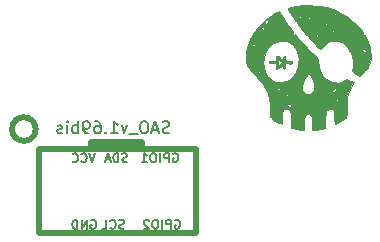
<source format=gbr>
G04 #@! TF.GenerationSoftware,KiCad,Pcbnew,(5.1.10)-1*
G04 #@! TF.CreationDate,2021-09-01T23:54:38-05:00*
G04 #@! TF.ProjectId,Bsides-KC-2021-WireX-Sponsor-SAO-SVG2Shenzen v1_00 (Paths),42736964-6573-42d4-9b43-2d323032312d,rev?*
G04 #@! TF.SameCoordinates,Original*
G04 #@! TF.FileFunction,Legend,Bot*
G04 #@! TF.FilePolarity,Positive*
%FSLAX46Y46*%
G04 Gerber Fmt 4.6, Leading zero omitted, Abs format (unit mm)*
G04 Created by KiCad (PCBNEW (5.1.10)-1) date 2021-09-01 23:54:38*
%MOMM*%
%LPD*%
G01*
G04 APERTURE LIST*
%ADD10C,0.010000*%
%ADD11C,0.500000*%
%ADD12C,0.150000*%
G04 APERTURE END LIST*
D10*
G04 #@! TO.C,G\u002A\u002A\u002A*
G36*
X165806552Y-95692247D02*
G01*
X165949712Y-95788696D01*
X165975772Y-95807955D01*
X166220308Y-95990038D01*
X166239846Y-95821788D01*
X166259674Y-95713045D01*
X166292916Y-95663427D01*
X166337539Y-95653539D01*
X166382202Y-95663400D01*
X166408006Y-95704859D01*
X166421917Y-95795724D01*
X166427574Y-95883684D01*
X166439456Y-96113830D01*
X166688036Y-96090617D01*
X166835036Y-96081478D01*
X166924942Y-96089686D01*
X166977377Y-96117665D01*
X166986503Y-96127516D01*
X167015302Y-96201981D01*
X166995073Y-96252737D01*
X166956503Y-96288391D01*
X166886560Y-96305472D01*
X166766293Y-96307218D01*
X166694493Y-96304066D01*
X166435231Y-96290286D01*
X166435231Y-96484897D01*
X166422174Y-96627492D01*
X166386900Y-96717865D01*
X166335250Y-96746846D01*
X166285809Y-96719409D01*
X166253708Y-96650428D01*
X166239859Y-96547550D01*
X166239846Y-96544492D01*
X166234685Y-96457188D01*
X166222090Y-96416016D01*
X166220418Y-96415539D01*
X166181883Y-96437069D01*
X166097647Y-96494023D01*
X165984540Y-96574942D01*
X165962119Y-96591385D01*
X165829265Y-96687303D01*
X165743726Y-96742025D01*
X165691078Y-96762274D01*
X165656894Y-96754771D01*
X165640667Y-96741180D01*
X165626140Y-96690395D01*
X165616683Y-96587765D01*
X165614616Y-96503160D01*
X165614616Y-96291191D01*
X165370385Y-96299244D01*
X165204899Y-96303937D01*
X165103025Y-96301555D01*
X165050257Y-96287400D01*
X165032091Y-96256776D01*
X165034019Y-96204985D01*
X165034624Y-96199684D01*
X165810000Y-96199684D01*
X165812782Y-96340153D01*
X165829044Y-96413491D01*
X165870663Y-96423949D01*
X165949516Y-96375780D01*
X166058625Y-96288691D01*
X166170481Y-96197057D01*
X166039087Y-96098375D01*
X165920871Y-96011342D01*
X165852451Y-95976029D01*
X165820222Y-95998450D01*
X165810585Y-96084622D01*
X165810000Y-96199684D01*
X165034624Y-96199684D01*
X165035635Y-96190846D01*
X165048000Y-96083385D01*
X165614616Y-96111247D01*
X165614616Y-95890936D01*
X165622388Y-95749710D01*
X165651337Y-95670813D01*
X165709909Y-95652306D01*
X165806552Y-95692247D01*
G37*
X165806552Y-95692247D02*
X165949712Y-95788696D01*
X165975772Y-95807955D01*
X166220308Y-95990038D01*
X166239846Y-95821788D01*
X166259674Y-95713045D01*
X166292916Y-95663427D01*
X166337539Y-95653539D01*
X166382202Y-95663400D01*
X166408006Y-95704859D01*
X166421917Y-95795724D01*
X166427574Y-95883684D01*
X166439456Y-96113830D01*
X166688036Y-96090617D01*
X166835036Y-96081478D01*
X166924942Y-96089686D01*
X166977377Y-96117665D01*
X166986503Y-96127516D01*
X167015302Y-96201981D01*
X166995073Y-96252737D01*
X166956503Y-96288391D01*
X166886560Y-96305472D01*
X166766293Y-96307218D01*
X166694493Y-96304066D01*
X166435231Y-96290286D01*
X166435231Y-96484897D01*
X166422174Y-96627492D01*
X166386900Y-96717865D01*
X166335250Y-96746846D01*
X166285809Y-96719409D01*
X166253708Y-96650428D01*
X166239859Y-96547550D01*
X166239846Y-96544492D01*
X166234685Y-96457188D01*
X166222090Y-96416016D01*
X166220418Y-96415539D01*
X166181883Y-96437069D01*
X166097647Y-96494023D01*
X165984540Y-96574942D01*
X165962119Y-96591385D01*
X165829265Y-96687303D01*
X165743726Y-96742025D01*
X165691078Y-96762274D01*
X165656894Y-96754771D01*
X165640667Y-96741180D01*
X165626140Y-96690395D01*
X165616683Y-96587765D01*
X165614616Y-96503160D01*
X165614616Y-96291191D01*
X165370385Y-96299244D01*
X165204899Y-96303937D01*
X165103025Y-96301555D01*
X165050257Y-96287400D01*
X165032091Y-96256776D01*
X165034019Y-96204985D01*
X165034624Y-96199684D01*
X165810000Y-96199684D01*
X165812782Y-96340153D01*
X165829044Y-96413491D01*
X165870663Y-96423949D01*
X165949516Y-96375780D01*
X166058625Y-96288691D01*
X166170481Y-96197057D01*
X166039087Y-96098375D01*
X165920871Y-96011342D01*
X165852451Y-95976029D01*
X165820222Y-95998450D01*
X165810585Y-96084622D01*
X165810000Y-96199684D01*
X165034624Y-96199684D01*
X165035635Y-96190846D01*
X165048000Y-96083385D01*
X165614616Y-96111247D01*
X165614616Y-95890936D01*
X165622388Y-95749710D01*
X165651337Y-95670813D01*
X165709909Y-95652306D01*
X165806552Y-95692247D01*
G36*
X168223121Y-91379309D02*
G01*
X168489166Y-91385778D01*
X168525470Y-91386775D01*
X168835142Y-91396996D01*
X169086753Y-91410547D01*
X169300393Y-91430395D01*
X169496155Y-91459506D01*
X169694130Y-91500845D01*
X169914408Y-91557380D01*
X170166862Y-91629096D01*
X170685584Y-91816609D01*
X171200085Y-92072627D01*
X171695366Y-92388248D01*
X172156427Y-92754568D01*
X172323676Y-92909204D01*
X172585306Y-93171055D01*
X172787297Y-93393389D01*
X172928596Y-93574851D01*
X173008151Y-93714083D01*
X173024912Y-93809728D01*
X173024160Y-93813035D01*
X173017478Y-93901971D01*
X173048641Y-93936000D01*
X173100419Y-93912481D01*
X173134822Y-93909144D01*
X173180303Y-93956539D01*
X173243647Y-94063275D01*
X173289629Y-94152531D01*
X173356487Y-94297404D01*
X173406057Y-94426219D01*
X173429304Y-94514962D01*
X173430000Y-94525558D01*
X173442946Y-94596462D01*
X173465945Y-94618000D01*
X173495983Y-94654395D01*
X173530155Y-94753509D01*
X173565444Y-94900234D01*
X173598830Y-95079463D01*
X173627295Y-95276089D01*
X173647818Y-95475005D01*
X173653358Y-95555846D01*
X173651868Y-95888918D01*
X173609527Y-96183632D01*
X173528685Y-96427852D01*
X173461637Y-96546602D01*
X173398520Y-96627297D01*
X173297143Y-96745545D01*
X173173672Y-96882810D01*
X173090639Y-96971956D01*
X172973216Y-97099684D01*
X172879178Y-97208650D01*
X172819792Y-97285376D01*
X172804769Y-97313880D01*
X172778771Y-97348032D01*
X172698596Y-97339921D01*
X172560971Y-97288658D01*
X172365154Y-97194651D01*
X172211626Y-97113699D01*
X172118208Y-97048702D01*
X172075420Y-96980039D01*
X172073785Y-96888091D01*
X172103824Y-96753236D01*
X172120923Y-96689077D01*
X172151334Y-96493692D01*
X173234616Y-96493692D01*
X173264352Y-96531634D01*
X173273692Y-96532769D01*
X173311634Y-96503033D01*
X173312769Y-96493692D01*
X173283033Y-96455751D01*
X173273692Y-96454616D01*
X173235751Y-96484352D01*
X173234616Y-96493692D01*
X172151334Y-96493692D01*
X172174620Y-96344093D01*
X172159382Y-95986357D01*
X172079393Y-95630724D01*
X172056426Y-95575385D01*
X173469077Y-95575385D01*
X173488616Y-95594923D01*
X173508154Y-95575385D01*
X173488616Y-95555846D01*
X173469077Y-95575385D01*
X172056426Y-95575385D01*
X171938832Y-95292052D01*
X171741881Y-94985197D01*
X171629137Y-94857789D01*
X172751877Y-94857789D01*
X172756477Y-94896812D01*
X172804344Y-94983199D01*
X172894674Y-95111602D01*
X172902632Y-95122112D01*
X173019527Y-95259066D01*
X173117085Y-95340666D01*
X173188938Y-95363907D01*
X173219713Y-95334410D01*
X173325795Y-95334410D01*
X173331159Y-95357642D01*
X173351846Y-95360462D01*
X173384011Y-95346164D01*
X173377898Y-95334410D01*
X173331522Y-95329734D01*
X173325795Y-95334410D01*
X173219713Y-95334410D01*
X173228715Y-95325783D01*
X173234616Y-95278802D01*
X173205381Y-95198806D01*
X173136513Y-95115061D01*
X173056265Y-95058060D01*
X173021831Y-95049146D01*
X172971991Y-95023411D01*
X172895112Y-94961319D01*
X172875700Y-94943234D01*
X172791349Y-94871480D01*
X172751877Y-94857789D01*
X171629137Y-94857789D01*
X171594528Y-94818679D01*
X171552093Y-94781360D01*
X172886518Y-94781360D01*
X172914515Y-94808489D01*
X172922000Y-94813385D01*
X172980801Y-94847506D01*
X172998926Y-94837358D01*
X173000154Y-94813385D01*
X172967934Y-94780541D01*
X172931769Y-94774906D01*
X172886518Y-94781360D01*
X171552093Y-94781360D01*
X171456496Y-94697289D01*
X171296706Y-94579780D01*
X171200325Y-94520308D01*
X171095235Y-94465810D01*
X171003959Y-94431400D01*
X170903025Y-94412515D01*
X170768957Y-94404597D01*
X170596923Y-94403077D01*
X170411261Y-94405040D01*
X170281548Y-94413664D01*
X170185621Y-94433055D01*
X170101317Y-94467317D01*
X170026406Y-94508747D01*
X169910239Y-94590912D01*
X169771923Y-94708775D01*
X169639585Y-94838201D01*
X169627930Y-94850670D01*
X169522742Y-94959790D01*
X169435351Y-95042223D01*
X169380589Y-95084246D01*
X169372617Y-95086923D01*
X169331464Y-95059368D01*
X169247052Y-94982907D01*
X169128270Y-94866843D01*
X168984007Y-94720480D01*
X168823151Y-94553124D01*
X168654594Y-94374077D01*
X168487222Y-94192646D01*
X168329927Y-94018133D01*
X168222091Y-93894736D01*
X169006073Y-93894736D01*
X169018082Y-93965479D01*
X169023441Y-93977670D01*
X169057823Y-94036905D01*
X169099737Y-94038746D01*
X169157472Y-94004524D01*
X169220211Y-93956109D01*
X169221898Y-93915729D01*
X169187342Y-93872431D01*
X169123973Y-93825390D01*
X169058213Y-93842577D01*
X169053310Y-93845577D01*
X169006073Y-93894736D01*
X168222091Y-93894736D01*
X168191597Y-93859843D01*
X168158426Y-93820522D01*
X170580299Y-93820522D01*
X170594258Y-93852850D01*
X170638791Y-93892286D01*
X170702601Y-93928477D01*
X170730778Y-93930555D01*
X170716819Y-93898228D01*
X170672286Y-93858791D01*
X170608477Y-93822600D01*
X170580299Y-93820522D01*
X168158426Y-93820522D01*
X168126123Y-93782231D01*
X168074926Y-93719231D01*
X172531231Y-93719231D01*
X172545529Y-93751396D01*
X172557282Y-93745282D01*
X172561959Y-93698907D01*
X172557282Y-93693180D01*
X172534051Y-93698544D01*
X172531231Y-93719231D01*
X168074926Y-93719231D01*
X167963780Y-93582462D01*
X168232769Y-93582462D01*
X168252308Y-93602000D01*
X168271846Y-93582462D01*
X168252308Y-93562923D01*
X168232769Y-93582462D01*
X167963780Y-93582462D01*
X167927095Y-93537320D01*
X167870694Y-93465437D01*
X170356757Y-93465437D01*
X170358967Y-93551545D01*
X170361213Y-93558990D01*
X170400654Y-93630192D01*
X170453889Y-93625771D01*
X170502740Y-93578233D01*
X170532494Y-93522763D01*
X170499811Y-93475795D01*
X170480318Y-93460856D01*
X170402090Y-93431184D01*
X170356757Y-93465437D01*
X167870694Y-93465437D01*
X167839872Y-93426154D01*
X172726616Y-93426154D01*
X172746154Y-93445692D01*
X172765692Y-93426154D01*
X172746154Y-93406616D01*
X172726616Y-93426154D01*
X167839872Y-93426154D01*
X167723507Y-93277848D01*
X167684865Y-93227085D01*
X170080977Y-93227085D01*
X170108462Y-93250308D01*
X170170814Y-93285454D01*
X170179121Y-93272217D01*
X170174238Y-93263333D01*
X170981180Y-93263333D01*
X170986544Y-93286565D01*
X171007231Y-93289385D01*
X171039396Y-93275087D01*
X171033282Y-93263333D01*
X170986907Y-93258657D01*
X170981180Y-93263333D01*
X170174238Y-93263333D01*
X170167077Y-93250308D01*
X170110008Y-93213155D01*
X170096386Y-93211829D01*
X170080977Y-93227085D01*
X167684865Y-93227085D01*
X167552503Y-93053205D01*
X168629109Y-93053205D01*
X168641864Y-93092038D01*
X168690632Y-93115927D01*
X168707797Y-93109765D01*
X168724244Y-93068336D01*
X168705749Y-93043349D01*
X168653213Y-93020966D01*
X168629109Y-93053205D01*
X167552503Y-93053205D01*
X167521198Y-93012082D01*
X167494292Y-92975720D01*
X169765929Y-92975720D01*
X169808187Y-93025178D01*
X169815848Y-93030891D01*
X169892356Y-93063928D01*
X169957347Y-93058821D01*
X169983816Y-93019964D01*
X169980787Y-93004054D01*
X169929491Y-92936421D01*
X169853530Y-92907416D01*
X169789253Y-92928655D01*
X169765929Y-92975720D01*
X167494292Y-92975720D01*
X167382130Y-92824142D01*
X168078357Y-92824142D01*
X168090897Y-92879869D01*
X168130398Y-92920983D01*
X168156237Y-92917152D01*
X168174032Y-92873373D01*
X168150945Y-92835577D01*
X168099258Y-92796938D01*
X168078357Y-92824142D01*
X167382130Y-92824142D01*
X167326003Y-92748291D01*
X167279571Y-92683692D01*
X168037385Y-92683692D01*
X168056923Y-92703231D01*
X168076462Y-92683692D01*
X168056923Y-92664154D01*
X168037385Y-92683692D01*
X167279571Y-92683692D01*
X167235873Y-92622896D01*
X171180751Y-92622896D01*
X171190652Y-92639165D01*
X171247377Y-92662937D01*
X171279635Y-92621111D01*
X171280769Y-92605539D01*
X171260892Y-92553518D01*
X171243999Y-92546923D01*
X171192971Y-92572779D01*
X171180751Y-92622896D01*
X167235873Y-92622896D01*
X167143760Y-92494745D01*
X167129952Y-92474890D01*
X168323980Y-92474890D01*
X168335869Y-92527385D01*
X168390845Y-92577495D01*
X168479822Y-92577780D01*
X168539650Y-92551294D01*
X168572268Y-92508227D01*
X168549465Y-92437333D01*
X168548044Y-92434662D01*
X168481372Y-92366092D01*
X168405999Y-92356847D01*
X168345633Y-92396566D01*
X168323980Y-92474890D01*
X167129952Y-92474890D01*
X167051807Y-92362524D01*
X167597849Y-92362524D01*
X167633928Y-92410259D01*
X167639314Y-92414270D01*
X167709341Y-92442289D01*
X167766571Y-92432815D01*
X167783750Y-92393269D01*
X167777076Y-92376752D01*
X167717860Y-92285998D01*
X167673821Y-92260822D01*
X167631071Y-92294253D01*
X167626038Y-92300953D01*
X167597849Y-92362524D01*
X167051807Y-92362524D01*
X166980306Y-92259713D01*
X166875128Y-92101940D01*
X167347433Y-92101940D01*
X167353539Y-92117077D01*
X167388653Y-92154356D01*
X167394922Y-92156154D01*
X167411706Y-92125920D01*
X167412154Y-92117077D01*
X167398103Y-92099502D01*
X170553283Y-92099502D01*
X170578456Y-92168559D01*
X170599353Y-92192269D01*
X170682286Y-92251707D01*
X170738932Y-92238660D01*
X170765050Y-92167956D01*
X170747878Y-92095851D01*
X170687571Y-92064835D01*
X170592879Y-92060269D01*
X170553283Y-92099502D01*
X167398103Y-92099502D01*
X167382113Y-92079502D01*
X167370771Y-92078000D01*
X167347433Y-92101940D01*
X166875128Y-92101940D01*
X166841477Y-92051463D01*
X166733110Y-91878263D01*
X166661043Y-91748384D01*
X166631111Y-91670094D01*
X166630615Y-91663599D01*
X166634288Y-91633113D01*
X166652815Y-91608372D01*
X166697461Y-91585655D01*
X166779491Y-91561238D01*
X166910169Y-91531401D01*
X167100760Y-91492421D01*
X167220818Y-91468581D01*
X167406574Y-91432848D01*
X167561004Y-91406951D01*
X167701991Y-91389771D01*
X167847417Y-91380184D01*
X168015166Y-91377071D01*
X168223121Y-91379309D01*
G37*
X168223121Y-91379309D02*
X168489166Y-91385778D01*
X168525470Y-91386775D01*
X168835142Y-91396996D01*
X169086753Y-91410547D01*
X169300393Y-91430395D01*
X169496155Y-91459506D01*
X169694130Y-91500845D01*
X169914408Y-91557380D01*
X170166862Y-91629096D01*
X170685584Y-91816609D01*
X171200085Y-92072627D01*
X171695366Y-92388248D01*
X172156427Y-92754568D01*
X172323676Y-92909204D01*
X172585306Y-93171055D01*
X172787297Y-93393389D01*
X172928596Y-93574851D01*
X173008151Y-93714083D01*
X173024912Y-93809728D01*
X173024160Y-93813035D01*
X173017478Y-93901971D01*
X173048641Y-93936000D01*
X173100419Y-93912481D01*
X173134822Y-93909144D01*
X173180303Y-93956539D01*
X173243647Y-94063275D01*
X173289629Y-94152531D01*
X173356487Y-94297404D01*
X173406057Y-94426219D01*
X173429304Y-94514962D01*
X173430000Y-94525558D01*
X173442946Y-94596462D01*
X173465945Y-94618000D01*
X173495983Y-94654395D01*
X173530155Y-94753509D01*
X173565444Y-94900234D01*
X173598830Y-95079463D01*
X173627295Y-95276089D01*
X173647818Y-95475005D01*
X173653358Y-95555846D01*
X173651868Y-95888918D01*
X173609527Y-96183632D01*
X173528685Y-96427852D01*
X173461637Y-96546602D01*
X173398520Y-96627297D01*
X173297143Y-96745545D01*
X173173672Y-96882810D01*
X173090639Y-96971956D01*
X172973216Y-97099684D01*
X172879178Y-97208650D01*
X172819792Y-97285376D01*
X172804769Y-97313880D01*
X172778771Y-97348032D01*
X172698596Y-97339921D01*
X172560971Y-97288658D01*
X172365154Y-97194651D01*
X172211626Y-97113699D01*
X172118208Y-97048702D01*
X172075420Y-96980039D01*
X172073785Y-96888091D01*
X172103824Y-96753236D01*
X172120923Y-96689077D01*
X172151334Y-96493692D01*
X173234616Y-96493692D01*
X173264352Y-96531634D01*
X173273692Y-96532769D01*
X173311634Y-96503033D01*
X173312769Y-96493692D01*
X173283033Y-96455751D01*
X173273692Y-96454616D01*
X173235751Y-96484352D01*
X173234616Y-96493692D01*
X172151334Y-96493692D01*
X172174620Y-96344093D01*
X172159382Y-95986357D01*
X172079393Y-95630724D01*
X172056426Y-95575385D01*
X173469077Y-95575385D01*
X173488616Y-95594923D01*
X173508154Y-95575385D01*
X173488616Y-95555846D01*
X173469077Y-95575385D01*
X172056426Y-95575385D01*
X171938832Y-95292052D01*
X171741881Y-94985197D01*
X171629137Y-94857789D01*
X172751877Y-94857789D01*
X172756477Y-94896812D01*
X172804344Y-94983199D01*
X172894674Y-95111602D01*
X172902632Y-95122112D01*
X173019527Y-95259066D01*
X173117085Y-95340666D01*
X173188938Y-95363907D01*
X173219713Y-95334410D01*
X173325795Y-95334410D01*
X173331159Y-95357642D01*
X173351846Y-95360462D01*
X173384011Y-95346164D01*
X173377898Y-95334410D01*
X173331522Y-95329734D01*
X173325795Y-95334410D01*
X173219713Y-95334410D01*
X173228715Y-95325783D01*
X173234616Y-95278802D01*
X173205381Y-95198806D01*
X173136513Y-95115061D01*
X173056265Y-95058060D01*
X173021831Y-95049146D01*
X172971991Y-95023411D01*
X172895112Y-94961319D01*
X172875700Y-94943234D01*
X172791349Y-94871480D01*
X172751877Y-94857789D01*
X171629137Y-94857789D01*
X171594528Y-94818679D01*
X171552093Y-94781360D01*
X172886518Y-94781360D01*
X172914515Y-94808489D01*
X172922000Y-94813385D01*
X172980801Y-94847506D01*
X172998926Y-94837358D01*
X173000154Y-94813385D01*
X172967934Y-94780541D01*
X172931769Y-94774906D01*
X172886518Y-94781360D01*
X171552093Y-94781360D01*
X171456496Y-94697289D01*
X171296706Y-94579780D01*
X171200325Y-94520308D01*
X171095235Y-94465810D01*
X171003959Y-94431400D01*
X170903025Y-94412515D01*
X170768957Y-94404597D01*
X170596923Y-94403077D01*
X170411261Y-94405040D01*
X170281548Y-94413664D01*
X170185621Y-94433055D01*
X170101317Y-94467317D01*
X170026406Y-94508747D01*
X169910239Y-94590912D01*
X169771923Y-94708775D01*
X169639585Y-94838201D01*
X169627930Y-94850670D01*
X169522742Y-94959790D01*
X169435351Y-95042223D01*
X169380589Y-95084246D01*
X169372617Y-95086923D01*
X169331464Y-95059368D01*
X169247052Y-94982907D01*
X169128270Y-94866843D01*
X168984007Y-94720480D01*
X168823151Y-94553124D01*
X168654594Y-94374077D01*
X168487222Y-94192646D01*
X168329927Y-94018133D01*
X168222091Y-93894736D01*
X169006073Y-93894736D01*
X169018082Y-93965479D01*
X169023441Y-93977670D01*
X169057823Y-94036905D01*
X169099737Y-94038746D01*
X169157472Y-94004524D01*
X169220211Y-93956109D01*
X169221898Y-93915729D01*
X169187342Y-93872431D01*
X169123973Y-93825390D01*
X169058213Y-93842577D01*
X169053310Y-93845577D01*
X169006073Y-93894736D01*
X168222091Y-93894736D01*
X168191597Y-93859843D01*
X168158426Y-93820522D01*
X170580299Y-93820522D01*
X170594258Y-93852850D01*
X170638791Y-93892286D01*
X170702601Y-93928477D01*
X170730778Y-93930555D01*
X170716819Y-93898228D01*
X170672286Y-93858791D01*
X170608477Y-93822600D01*
X170580299Y-93820522D01*
X168158426Y-93820522D01*
X168126123Y-93782231D01*
X168074926Y-93719231D01*
X172531231Y-93719231D01*
X172545529Y-93751396D01*
X172557282Y-93745282D01*
X172561959Y-93698907D01*
X172557282Y-93693180D01*
X172534051Y-93698544D01*
X172531231Y-93719231D01*
X168074926Y-93719231D01*
X167963780Y-93582462D01*
X168232769Y-93582462D01*
X168252308Y-93602000D01*
X168271846Y-93582462D01*
X168252308Y-93562923D01*
X168232769Y-93582462D01*
X167963780Y-93582462D01*
X167927095Y-93537320D01*
X167870694Y-93465437D01*
X170356757Y-93465437D01*
X170358967Y-93551545D01*
X170361213Y-93558990D01*
X170400654Y-93630192D01*
X170453889Y-93625771D01*
X170502740Y-93578233D01*
X170532494Y-93522763D01*
X170499811Y-93475795D01*
X170480318Y-93460856D01*
X170402090Y-93431184D01*
X170356757Y-93465437D01*
X167870694Y-93465437D01*
X167839872Y-93426154D01*
X172726616Y-93426154D01*
X172746154Y-93445692D01*
X172765692Y-93426154D01*
X172746154Y-93406616D01*
X172726616Y-93426154D01*
X167839872Y-93426154D01*
X167723507Y-93277848D01*
X167684865Y-93227085D01*
X170080977Y-93227085D01*
X170108462Y-93250308D01*
X170170814Y-93285454D01*
X170179121Y-93272217D01*
X170174238Y-93263333D01*
X170981180Y-93263333D01*
X170986544Y-93286565D01*
X171007231Y-93289385D01*
X171039396Y-93275087D01*
X171033282Y-93263333D01*
X170986907Y-93258657D01*
X170981180Y-93263333D01*
X170174238Y-93263333D01*
X170167077Y-93250308D01*
X170110008Y-93213155D01*
X170096386Y-93211829D01*
X170080977Y-93227085D01*
X167684865Y-93227085D01*
X167552503Y-93053205D01*
X168629109Y-93053205D01*
X168641864Y-93092038D01*
X168690632Y-93115927D01*
X168707797Y-93109765D01*
X168724244Y-93068336D01*
X168705749Y-93043349D01*
X168653213Y-93020966D01*
X168629109Y-93053205D01*
X167552503Y-93053205D01*
X167521198Y-93012082D01*
X167494292Y-92975720D01*
X169765929Y-92975720D01*
X169808187Y-93025178D01*
X169815848Y-93030891D01*
X169892356Y-93063928D01*
X169957347Y-93058821D01*
X169983816Y-93019964D01*
X169980787Y-93004054D01*
X169929491Y-92936421D01*
X169853530Y-92907416D01*
X169789253Y-92928655D01*
X169765929Y-92975720D01*
X167494292Y-92975720D01*
X167382130Y-92824142D01*
X168078357Y-92824142D01*
X168090897Y-92879869D01*
X168130398Y-92920983D01*
X168156237Y-92917152D01*
X168174032Y-92873373D01*
X168150945Y-92835577D01*
X168099258Y-92796938D01*
X168078357Y-92824142D01*
X167382130Y-92824142D01*
X167326003Y-92748291D01*
X167279571Y-92683692D01*
X168037385Y-92683692D01*
X168056923Y-92703231D01*
X168076462Y-92683692D01*
X168056923Y-92664154D01*
X168037385Y-92683692D01*
X167279571Y-92683692D01*
X167235873Y-92622896D01*
X171180751Y-92622896D01*
X171190652Y-92639165D01*
X171247377Y-92662937D01*
X171279635Y-92621111D01*
X171280769Y-92605539D01*
X171260892Y-92553518D01*
X171243999Y-92546923D01*
X171192971Y-92572779D01*
X171180751Y-92622896D01*
X167235873Y-92622896D01*
X167143760Y-92494745D01*
X167129952Y-92474890D01*
X168323980Y-92474890D01*
X168335869Y-92527385D01*
X168390845Y-92577495D01*
X168479822Y-92577780D01*
X168539650Y-92551294D01*
X168572268Y-92508227D01*
X168549465Y-92437333D01*
X168548044Y-92434662D01*
X168481372Y-92366092D01*
X168405999Y-92356847D01*
X168345633Y-92396566D01*
X168323980Y-92474890D01*
X167129952Y-92474890D01*
X167051807Y-92362524D01*
X167597849Y-92362524D01*
X167633928Y-92410259D01*
X167639314Y-92414270D01*
X167709341Y-92442289D01*
X167766571Y-92432815D01*
X167783750Y-92393269D01*
X167777076Y-92376752D01*
X167717860Y-92285998D01*
X167673821Y-92260822D01*
X167631071Y-92294253D01*
X167626038Y-92300953D01*
X167597849Y-92362524D01*
X167051807Y-92362524D01*
X166980306Y-92259713D01*
X166875128Y-92101940D01*
X167347433Y-92101940D01*
X167353539Y-92117077D01*
X167388653Y-92154356D01*
X167394922Y-92156154D01*
X167411706Y-92125920D01*
X167412154Y-92117077D01*
X167398103Y-92099502D01*
X170553283Y-92099502D01*
X170578456Y-92168559D01*
X170599353Y-92192269D01*
X170682286Y-92251707D01*
X170738932Y-92238660D01*
X170765050Y-92167956D01*
X170747878Y-92095851D01*
X170687571Y-92064835D01*
X170592879Y-92060269D01*
X170553283Y-92099502D01*
X167398103Y-92099502D01*
X167382113Y-92079502D01*
X167370771Y-92078000D01*
X167347433Y-92101940D01*
X166875128Y-92101940D01*
X166841477Y-92051463D01*
X166733110Y-91878263D01*
X166661043Y-91748384D01*
X166631111Y-91670094D01*
X166630615Y-91663599D01*
X166634288Y-91633113D01*
X166652815Y-91608372D01*
X166697461Y-91585655D01*
X166779491Y-91561238D01*
X166910169Y-91531401D01*
X167100760Y-91492421D01*
X167220818Y-91468581D01*
X167406574Y-91432848D01*
X167561004Y-91406951D01*
X167701991Y-91389771D01*
X167847417Y-91380184D01*
X168015166Y-91377071D01*
X168223121Y-91379309D01*
G36*
X165911073Y-91892509D02*
G01*
X165936923Y-91930288D01*
X165995601Y-92021596D01*
X166078870Y-92153466D01*
X166178495Y-92312929D01*
X166197564Y-92343619D01*
X166330109Y-92549880D01*
X166490154Y-92787991D01*
X166657270Y-93028074D01*
X166807009Y-93234858D01*
X166940408Y-93416544D01*
X167030648Y-93546322D01*
X167083030Y-93633602D01*
X167102851Y-93687794D01*
X167095410Y-93718309D01*
X167084151Y-93727066D01*
X167040516Y-93780662D01*
X167022723Y-93857535D01*
X167032744Y-93925657D01*
X167070231Y-93953094D01*
X167166363Y-93919207D01*
X167220833Y-93845769D01*
X167249976Y-93849800D01*
X167312648Y-93905474D01*
X167396323Y-94001294D01*
X167412308Y-94021483D01*
X167590668Y-94239447D01*
X167811488Y-94493069D01*
X168059159Y-94765703D01*
X168318073Y-95040699D01*
X168572620Y-95301409D01*
X168807193Y-95531187D01*
X168962356Y-95674752D01*
X169069139Y-95774374D01*
X169131380Y-95852993D01*
X169164420Y-95939827D01*
X169183599Y-96064093D01*
X169188044Y-96104598D01*
X169263027Y-96536584D01*
X169388822Y-96915293D01*
X169563555Y-97238282D01*
X169785354Y-97503106D01*
X170052347Y-97707321D01*
X170362659Y-97848482D01*
X170564428Y-97901030D01*
X170849268Y-97923252D01*
X171126684Y-97873420D01*
X171408300Y-97749386D01*
X171419825Y-97742846D01*
X171623304Y-97626427D01*
X171921526Y-97768051D01*
X172219747Y-97909676D01*
X172099450Y-98110223D01*
X171943660Y-98386776D01*
X171824358Y-98643046D01*
X171737278Y-98896462D01*
X171678152Y-99164454D01*
X171642713Y-99464453D01*
X171626694Y-99813887D01*
X171624623Y-100049692D01*
X171621935Y-100344427D01*
X171612925Y-100566741D01*
X171597229Y-100722139D01*
X171574481Y-100816126D01*
X171573790Y-100817805D01*
X171535405Y-100881654D01*
X171467107Y-100948199D01*
X171357129Y-101026392D01*
X171193706Y-101125183D01*
X171098676Y-101179261D01*
X170933015Y-101270443D01*
X170790098Y-101345491D01*
X170684625Y-101396936D01*
X170631294Y-101417308D01*
X170630065Y-101417379D01*
X170608715Y-101384905D01*
X170592001Y-101285032D01*
X170579513Y-101114096D01*
X170571450Y-100892648D01*
X170564453Y-100674114D01*
X170555171Y-100518608D01*
X170541326Y-100411003D01*
X170520639Y-100336174D01*
X170490834Y-100278993D01*
X170475829Y-100257648D01*
X170363296Y-100163712D01*
X170329243Y-100155550D01*
X170858105Y-100155550D01*
X170877789Y-100180763D01*
X170935951Y-100195633D01*
X170989452Y-100154457D01*
X170998276Y-100135173D01*
X170979014Y-100098302D01*
X170932333Y-100088769D01*
X170862038Y-100107674D01*
X170858105Y-100155550D01*
X170329243Y-100155550D01*
X170225709Y-100130735D01*
X170083549Y-100156154D01*
X169957297Y-100237409D01*
X169886510Y-100331321D01*
X169859851Y-100392147D01*
X169840779Y-100469039D01*
X169828087Y-100575281D01*
X169820568Y-100724153D01*
X169817016Y-100928940D01*
X169816254Y-101104769D01*
X169815385Y-101749539D01*
X169424616Y-101837659D01*
X169240461Y-101874727D01*
X169066940Y-101901877D01*
X168929468Y-101915478D01*
X168877539Y-101915813D01*
X168721231Y-101905846D01*
X168720030Y-101416128D01*
X168717818Y-101202371D01*
X168710974Y-101049974D01*
X168697347Y-100942184D01*
X168674787Y-100862244D01*
X168641144Y-100793403D01*
X168639812Y-100791112D01*
X168533322Y-100668862D01*
X168403515Y-100607448D01*
X168268322Y-100608460D01*
X168145674Y-100673486D01*
X168086725Y-100742111D01*
X168057197Y-100801996D01*
X168035870Y-100886548D01*
X168020970Y-101009655D01*
X168010720Y-101185201D01*
X168004330Y-101386259D01*
X167990813Y-101925385D01*
X167828484Y-101922278D01*
X167697307Y-101911679D01*
X167534697Y-101887794D01*
X167431692Y-101867715D01*
X167278460Y-101833117D01*
X167133795Y-101798874D01*
X167060462Y-101780513D01*
X166923692Y-101744767D01*
X166900887Y-101099487D01*
X166890262Y-100842948D01*
X166878016Y-100650966D01*
X166862484Y-100509947D01*
X166842005Y-100406294D01*
X166814914Y-100326412D01*
X166803194Y-100300796D01*
X166746769Y-100202308D01*
X166684446Y-100155138D01*
X166583983Y-100137022D01*
X166563724Y-100135442D01*
X166415041Y-100138833D01*
X166302061Y-100178509D01*
X166220586Y-100262162D01*
X166166417Y-100397483D01*
X166135355Y-100592165D01*
X166123202Y-100853900D01*
X166122616Y-100943631D01*
X166122616Y-101415450D01*
X166015154Y-101374929D01*
X165888875Y-101318894D01*
X165736905Y-101238944D01*
X165574592Y-101144777D01*
X165417280Y-101046092D01*
X165280317Y-100952587D01*
X165179048Y-100873960D01*
X165128820Y-100819908D01*
X165126311Y-100813209D01*
X165120125Y-100749506D01*
X165113285Y-100621919D01*
X165106359Y-100444708D01*
X165099914Y-100232134D01*
X165095453Y-100042816D01*
X167041287Y-100042816D01*
X167053099Y-100080517D01*
X167107275Y-100151935D01*
X167145594Y-100193662D01*
X167247365Y-100287915D01*
X167311500Y-100323136D01*
X167333999Y-100297137D01*
X167334000Y-100296698D01*
X167308023Y-100254087D01*
X167244536Y-100188441D01*
X167165205Y-100118552D01*
X167091697Y-100063212D01*
X167045676Y-100041213D01*
X167041287Y-100042816D01*
X165095453Y-100042816D01*
X165095258Y-100034555D01*
X170004663Y-100034555D01*
X170010769Y-100049692D01*
X170045884Y-100086971D01*
X170052152Y-100088769D01*
X170068937Y-100058536D01*
X170069385Y-100049692D01*
X170039344Y-100012117D01*
X170028002Y-100010616D01*
X170004663Y-100034555D01*
X165095258Y-100034555D01*
X165095154Y-100030154D01*
X165089423Y-99776855D01*
X165088167Y-99741924D01*
X166520692Y-99741924D01*
X166554012Y-99805720D01*
X166640385Y-99892790D01*
X166727691Y-99969648D01*
X166779564Y-100002140D01*
X166817565Y-99999378D01*
X166848389Y-99980709D01*
X166870653Y-99954442D01*
X167106396Y-99954442D01*
X167120308Y-99968879D01*
X167146079Y-99970296D01*
X167217647Y-99949541D01*
X167237915Y-99929862D01*
X167252661Y-99879692D01*
X167216215Y-99876255D01*
X167155301Y-99912084D01*
X167106396Y-99954442D01*
X166870653Y-99954442D01*
X166912740Y-99904788D01*
X166910967Y-99824456D01*
X166887194Y-99795692D01*
X170069385Y-99795692D01*
X170088923Y-99815231D01*
X170108462Y-99795692D01*
X170088923Y-99776154D01*
X170069385Y-99795692D01*
X166887194Y-99795692D01*
X166852809Y-99754090D01*
X166748006Y-99708064D01*
X166656846Y-99698000D01*
X166554803Y-99707993D01*
X166520692Y-99741924D01*
X165088167Y-99741924D01*
X165082490Y-99584183D01*
X165081424Y-99569080D01*
X170659369Y-99569080D01*
X170677360Y-99580351D01*
X170694616Y-99580769D01*
X170732557Y-99551033D01*
X170733692Y-99541692D01*
X170766421Y-99509943D01*
X170811846Y-99502616D01*
X170875488Y-99478568D01*
X170884663Y-99423484D01*
X170838770Y-99362955D01*
X170815472Y-99348248D01*
X170760425Y-99331830D01*
X170723588Y-99367913D01*
X170698241Y-99430858D01*
X170666159Y-99526292D01*
X170659369Y-99569080D01*
X165081424Y-99569080D01*
X165075350Y-99483077D01*
X166161692Y-99483077D01*
X166181231Y-99502616D01*
X166200769Y-99483077D01*
X166181231Y-99463539D01*
X166161692Y-99483077D01*
X165075350Y-99483077D01*
X165071927Y-99434621D01*
X165055306Y-99310653D01*
X165030202Y-99194760D01*
X165000762Y-99092308D01*
X165653692Y-99092308D01*
X165673231Y-99111846D01*
X165692769Y-99092308D01*
X170655539Y-99092308D01*
X170675077Y-99111846D01*
X170694616Y-99092308D01*
X170675077Y-99072769D01*
X170655539Y-99092308D01*
X165692769Y-99092308D01*
X165673231Y-99072769D01*
X165653692Y-99092308D01*
X165000762Y-99092308D01*
X164994186Y-99069426D01*
X164976274Y-99014154D01*
X165770923Y-99014154D01*
X165790462Y-99033692D01*
X165792768Y-99031386D01*
X167138616Y-99031386D01*
X167166982Y-99071179D01*
X167177692Y-99072769D01*
X167215753Y-99059437D01*
X167216769Y-99055537D01*
X167189387Y-99022174D01*
X167177692Y-99014154D01*
X167141684Y-99017252D01*
X167138616Y-99031386D01*
X165792768Y-99031386D01*
X165810000Y-99014154D01*
X165790462Y-98994616D01*
X165770923Y-99014154D01*
X164976274Y-99014154D01*
X164944831Y-98917134D01*
X164944609Y-98916462D01*
X165614616Y-98916462D01*
X165628913Y-98948626D01*
X165640667Y-98942513D01*
X165642814Y-98921216D01*
X166416804Y-98921216D01*
X166423098Y-98952440D01*
X166464023Y-99005698D01*
X166530843Y-99027074D01*
X166593744Y-99015929D01*
X166622913Y-98971628D01*
X166621717Y-98956685D01*
X166578826Y-98908334D01*
X166506338Y-98884853D01*
X166433040Y-98885213D01*
X166416804Y-98921216D01*
X165642814Y-98921216D01*
X165645344Y-98896138D01*
X165640667Y-98890410D01*
X165617436Y-98895774D01*
X165614616Y-98916462D01*
X164944609Y-98916462D01*
X164938132Y-98896923D01*
X164842181Y-98634744D01*
X164764066Y-98466504D01*
X165741408Y-98466504D01*
X165749178Y-98511406D01*
X165819769Y-98534775D01*
X165907517Y-98520480D01*
X165980483Y-98465824D01*
X165986026Y-98452323D01*
X166865077Y-98452323D01*
X166891286Y-98484509D01*
X166945497Y-98478529D01*
X166991084Y-98440164D01*
X166994973Y-98431820D01*
X167000868Y-98369435D01*
X166995990Y-98359893D01*
X167846575Y-98359893D01*
X167874978Y-98533557D01*
X167920369Y-98643345D01*
X168036533Y-98798735D01*
X168185441Y-98891053D01*
X168352234Y-98917213D01*
X168522050Y-98874134D01*
X168643713Y-98793430D01*
X168771966Y-98664777D01*
X168783482Y-98646651D01*
X170402893Y-98646651D01*
X170406977Y-98684533D01*
X170452063Y-98693843D01*
X170546858Y-98680437D01*
X170669060Y-98642092D01*
X170769256Y-98584362D01*
X170782038Y-98572869D01*
X170861048Y-98493858D01*
X170735777Y-98429078D01*
X170645758Y-98388994D01*
X170583699Y-98389309D01*
X170515792Y-98426358D01*
X170445960Y-98486620D01*
X170418087Y-98536362D01*
X170408074Y-98617388D01*
X170402893Y-98646651D01*
X168783482Y-98646651D01*
X168853159Y-98536990D01*
X168888584Y-98396392D01*
X168883947Y-98310769D01*
X170694616Y-98310769D01*
X170714154Y-98330308D01*
X170733692Y-98310769D01*
X170714154Y-98291231D01*
X170694616Y-98310769D01*
X168883947Y-98310769D01*
X168879534Y-98229305D01*
X168827301Y-98022054D01*
X168739665Y-97777583D01*
X168651676Y-97554037D01*
X168585037Y-97393246D01*
X168534120Y-97284615D01*
X168493298Y-97217549D01*
X168456944Y-97181452D01*
X168419432Y-97165729D01*
X168414134Y-97164621D01*
X168325619Y-97180291D01*
X168234361Y-97262891D01*
X168138636Y-97415127D01*
X168036720Y-97639702D01*
X167934452Y-97917075D01*
X167866287Y-98160243D01*
X167846575Y-98359893D01*
X166995990Y-98359893D01*
X166992980Y-98354006D01*
X166949902Y-98355321D01*
X166896128Y-98394733D01*
X166865575Y-98446171D01*
X166865077Y-98452323D01*
X165986026Y-98452323D01*
X166005385Y-98405174D01*
X165974801Y-98362973D01*
X165904555Y-98353148D01*
X165826901Y-98377487D01*
X165804349Y-98394037D01*
X165741408Y-98466504D01*
X164764066Y-98466504D01*
X164735280Y-98404509D01*
X164605533Y-98186603D01*
X164597083Y-98175034D01*
X166636087Y-98175034D01*
X166638615Y-98188638D01*
X166664708Y-98222846D01*
X166724254Y-98277710D01*
X166759144Y-98291231D01*
X166786682Y-98283550D01*
X166783667Y-98280173D01*
X166742954Y-98250990D01*
X166689231Y-98211789D01*
X166636087Y-98175034D01*
X164597083Y-98175034D01*
X164510700Y-98056769D01*
X164794000Y-98056769D01*
X164808298Y-98088934D01*
X164820051Y-98082821D01*
X164824728Y-98036445D01*
X164820051Y-98030718D01*
X164796820Y-98036082D01*
X164794000Y-98056769D01*
X164510700Y-98056769D01*
X164441047Y-97961409D01*
X164410104Y-97924460D01*
X167182415Y-97924460D01*
X167192072Y-97978412D01*
X167202681Y-97990579D01*
X167251393Y-97998482D01*
X167290889Y-97958875D01*
X167294923Y-97937232D01*
X167263238Y-97904599D01*
X167236308Y-97900462D01*
X167182415Y-97924460D01*
X164410104Y-97924460D01*
X164229926Y-97709310D01*
X164191763Y-97666000D01*
X164325077Y-97666000D01*
X164356728Y-97700668D01*
X164383692Y-97705077D01*
X164435695Y-97683977D01*
X164442308Y-97666000D01*
X164410657Y-97631332D01*
X164383692Y-97626923D01*
X164331690Y-97648024D01*
X164325077Y-97666000D01*
X164191763Y-97666000D01*
X163925146Y-97364740D01*
X163705603Y-97113937D01*
X163677738Y-97081109D01*
X164019982Y-97081109D01*
X164062825Y-97104340D01*
X164123645Y-97100450D01*
X164214609Y-97097943D01*
X164267810Y-97121110D01*
X164267984Y-97121387D01*
X164298762Y-97155409D01*
X164304081Y-97118795D01*
X164283984Y-97014787D01*
X164275639Y-96982154D01*
X164364154Y-96982154D01*
X164383692Y-97001692D01*
X164403231Y-96982154D01*
X164383692Y-96962616D01*
X164364154Y-96982154D01*
X164275639Y-96982154D01*
X164265644Y-96943077D01*
X164240743Y-96862617D01*
X164325077Y-96862617D01*
X164345479Y-96916083D01*
X164364154Y-96923539D01*
X164402112Y-96895492D01*
X164403231Y-96886768D01*
X164374826Y-96833845D01*
X164364154Y-96825846D01*
X164330700Y-96834705D01*
X164325077Y-96862617D01*
X164240743Y-96862617D01*
X164234920Y-96843804D01*
X164216010Y-96816502D01*
X164210484Y-96845888D01*
X164173947Y-96944319D01*
X164122451Y-96982657D01*
X164039807Y-97035543D01*
X164019982Y-97081109D01*
X163677738Y-97081109D01*
X163528574Y-96905383D01*
X163428863Y-96780257D01*
X163908257Y-96780257D01*
X163913621Y-96803488D01*
X163934308Y-96806308D01*
X163966473Y-96792010D01*
X163960359Y-96780257D01*
X163913984Y-96775580D01*
X163908257Y-96780257D01*
X163428863Y-96780257D01*
X163389502Y-96730865D01*
X163345919Y-96669539D01*
X164168769Y-96669539D01*
X164188308Y-96689077D01*
X164207846Y-96669539D01*
X164188308Y-96650000D01*
X164168769Y-96669539D01*
X163345919Y-96669539D01*
X163283828Y-96582173D01*
X163206991Y-96451096D01*
X163154434Y-96329423D01*
X163121598Y-96208943D01*
X163120696Y-96202436D01*
X164561726Y-96202436D01*
X164593160Y-96595781D01*
X164618565Y-96719615D01*
X164703733Y-96997646D01*
X164823918Y-97231096D01*
X164995966Y-97451397D01*
X165031105Y-97489294D01*
X165281596Y-97705960D01*
X165551267Y-97846881D01*
X165839464Y-97911908D01*
X166145531Y-97900893D01*
X166462872Y-97815920D01*
X166691663Y-97694289D01*
X166890985Y-97529231D01*
X167451231Y-97529231D01*
X167470769Y-97548769D01*
X167490308Y-97529231D01*
X167470769Y-97509692D01*
X167451231Y-97529231D01*
X166890985Y-97529231D01*
X166914957Y-97509380D01*
X167120692Y-97275796D01*
X167296808Y-97008136D01*
X167431247Y-96721002D01*
X167474340Y-96591385D01*
X167534148Y-96270638D01*
X167540474Y-95928518D01*
X167496084Y-95587087D01*
X167403750Y-95268402D01*
X167275735Y-95009325D01*
X167071536Y-94751171D01*
X166831492Y-94557754D01*
X166564779Y-94429924D01*
X166280572Y-94368532D01*
X165988045Y-94374431D01*
X165696373Y-94448471D01*
X165414731Y-94591503D01*
X165152294Y-94804378D01*
X165145007Y-94811657D01*
X164897911Y-95113565D01*
X164716640Y-95452129D01*
X164603732Y-95818152D01*
X164561726Y-96202436D01*
X163120696Y-96202436D01*
X163103923Y-96081445D01*
X163099054Y-95983148D01*
X163435889Y-95983148D01*
X163441234Y-95985692D01*
X163476895Y-95958183D01*
X163483652Y-95948447D01*
X164186544Y-95948447D01*
X164190707Y-96034594D01*
X164206716Y-96110601D01*
X164229551Y-96142000D01*
X164236457Y-96107341D01*
X164237612Y-96020765D01*
X164236555Y-95985839D01*
X164226555Y-95891743D01*
X164207246Y-95874595D01*
X164198433Y-95886669D01*
X164186544Y-95948447D01*
X163483652Y-95948447D01*
X163484923Y-95946616D01*
X163494881Y-95910083D01*
X163489536Y-95907539D01*
X163453875Y-95935048D01*
X163445846Y-95946616D01*
X163435889Y-95983148D01*
X163099054Y-95983148D01*
X163096852Y-95938718D01*
X163095825Y-95772551D01*
X163096103Y-95692616D01*
X163097906Y-95470061D01*
X163101040Y-95380000D01*
X163660769Y-95380000D01*
X163680308Y-95399539D01*
X163699846Y-95380000D01*
X163680308Y-95360462D01*
X163738923Y-95360462D01*
X163770574Y-95395130D01*
X163797539Y-95399539D01*
X163849541Y-95378438D01*
X163856154Y-95360462D01*
X163833072Y-95335178D01*
X164467671Y-95335178D01*
X164485382Y-95391158D01*
X164492993Y-95403724D01*
X164531104Y-95456212D01*
X164556200Y-95440489D01*
X164575446Y-95399874D01*
X164595661Y-95329266D01*
X164590809Y-95300552D01*
X164542200Y-95295152D01*
X164508355Y-95304402D01*
X164467671Y-95335178D01*
X163833072Y-95335178D01*
X163824503Y-95325793D01*
X163797539Y-95321385D01*
X163745536Y-95342485D01*
X163738923Y-95360462D01*
X163680308Y-95360462D01*
X163660769Y-95380000D01*
X163101040Y-95380000D01*
X163103708Y-95303336D01*
X163105782Y-95282308D01*
X164207846Y-95282308D01*
X164235893Y-95320266D01*
X164244617Y-95321385D01*
X164297540Y-95292980D01*
X164305539Y-95282308D01*
X164296680Y-95248854D01*
X164268768Y-95243231D01*
X164215302Y-95263633D01*
X164207846Y-95282308D01*
X163105782Y-95282308D01*
X163116851Y-95170123D01*
X163140680Y-95048099D01*
X163178538Y-94914945D01*
X163233769Y-94748340D01*
X163240530Y-94728530D01*
X163243018Y-94721623D01*
X163426308Y-94721623D01*
X163447358Y-94764419D01*
X163521023Y-94765221D01*
X163530893Y-94763426D01*
X163636097Y-94767943D01*
X163689992Y-94797948D01*
X163768714Y-94849079D01*
X163828267Y-94824968D01*
X163837673Y-94811673D01*
X163838157Y-94751070D01*
X163793434Y-94695844D01*
X163731722Y-94678160D01*
X163722788Y-94680717D01*
X163660095Y-94670225D01*
X163623850Y-94640138D01*
X163623242Y-94639845D01*
X164168769Y-94639845D01*
X164176187Y-94687398D01*
X164214997Y-94689426D01*
X164264263Y-94672052D01*
X164304862Y-94638953D01*
X164282570Y-94594328D01*
X164222428Y-94559842D01*
X164177679Y-94592725D01*
X164168769Y-94639845D01*
X163623242Y-94639845D01*
X163556260Y-94607595D01*
X163481246Y-94628474D01*
X163431662Y-94689224D01*
X163426308Y-94721623D01*
X163243018Y-94721623D01*
X163312918Y-94527583D01*
X163392460Y-94324166D01*
X163461260Y-94162103D01*
X164611641Y-94162103D01*
X164617005Y-94185334D01*
X164637692Y-94188154D01*
X164669857Y-94173856D01*
X164663744Y-94162103D01*
X164617369Y-94157426D01*
X164611641Y-94162103D01*
X163461260Y-94162103D01*
X163467408Y-94147621D01*
X163506565Y-94064222D01*
X163571146Y-93953692D01*
X166786923Y-93953692D01*
X166801221Y-93985857D01*
X166812974Y-93979744D01*
X166817651Y-93933369D01*
X166812974Y-93927641D01*
X166789743Y-93933005D01*
X166786923Y-93953692D01*
X163571146Y-93953692D01*
X163677606Y-93771489D01*
X163817440Y-93578494D01*
X164286000Y-93578494D01*
X164320680Y-93582118D01*
X164407134Y-93584107D01*
X164439722Y-93584238D01*
X164536033Y-93578422D01*
X164565081Y-93558149D01*
X164554096Y-93536826D01*
X164490963Y-93505482D01*
X164462942Y-93509295D01*
X164400829Y-93502912D01*
X164385168Y-93487157D01*
X164383174Y-93441509D01*
X164432566Y-93421482D01*
X164509906Y-93430133D01*
X164579379Y-93461835D01*
X164646948Y-93495503D01*
X164676702Y-93489337D01*
X164676769Y-93487976D01*
X164648532Y-93433635D01*
X164641361Y-93428421D01*
X164621144Y-93377880D01*
X164626380Y-93328423D01*
X164626812Y-93270267D01*
X164573061Y-93251023D01*
X164546499Y-93250308D01*
X164453276Y-93225437D01*
X164402222Y-93181923D01*
X164370173Y-93135323D01*
X164371301Y-93154925D01*
X164379251Y-93181235D01*
X164379844Y-93258640D01*
X164356002Y-93370748D01*
X164343125Y-93410840D01*
X164308595Y-93509883D01*
X164288278Y-93570436D01*
X164286000Y-93578494D01*
X163817440Y-93578494D01*
X163903628Y-93459540D01*
X164170102Y-93144886D01*
X164303514Y-93007617D01*
X164650609Y-93007617D01*
X164692153Y-93010003D01*
X164749337Y-92987971D01*
X166519684Y-92987971D01*
X166529192Y-93009809D01*
X166568538Y-93051759D01*
X166591158Y-93043154D01*
X166591539Y-93037691D01*
X166563783Y-93004639D01*
X166546424Y-92992576D01*
X166519684Y-92987971D01*
X164749337Y-92987971D01*
X164789506Y-92972495D01*
X164827073Y-92954369D01*
X164909828Y-92895499D01*
X164949670Y-92832596D01*
X164950308Y-92825415D01*
X164956994Y-92800923D01*
X166396154Y-92800923D01*
X166415692Y-92820462D01*
X166435231Y-92800923D01*
X166415692Y-92781385D01*
X166396154Y-92800923D01*
X164956994Y-92800923D01*
X164972821Y-92742958D01*
X164991827Y-92716419D01*
X164997228Y-92682162D01*
X164931325Y-92655015D01*
X164904070Y-92649045D01*
X164784740Y-92652675D01*
X164707721Y-92709508D01*
X164687066Y-92806978D01*
X164692801Y-92837967D01*
X164690033Y-92925243D01*
X164670349Y-92964967D01*
X164650609Y-93007617D01*
X164303514Y-93007617D01*
X164462498Y-92844038D01*
X164766287Y-92573506D01*
X164932195Y-92444184D01*
X164952988Y-92429692D01*
X165262923Y-92429692D01*
X165276256Y-92467753D01*
X165280155Y-92468769D01*
X165313518Y-92441387D01*
X165321539Y-92429692D01*
X165318440Y-92393684D01*
X165304306Y-92390616D01*
X165264513Y-92418982D01*
X165262923Y-92429692D01*
X164952988Y-92429692D01*
X165071174Y-92347321D01*
X165232580Y-92243570D01*
X165402775Y-92140618D01*
X165568119Y-92046151D01*
X165714975Y-91967857D01*
X165829702Y-91913420D01*
X165898663Y-91890529D01*
X165911073Y-91892509D01*
G37*
X165911073Y-91892509D02*
X165936923Y-91930288D01*
X165995601Y-92021596D01*
X166078870Y-92153466D01*
X166178495Y-92312929D01*
X166197564Y-92343619D01*
X166330109Y-92549880D01*
X166490154Y-92787991D01*
X166657270Y-93028074D01*
X166807009Y-93234858D01*
X166940408Y-93416544D01*
X167030648Y-93546322D01*
X167083030Y-93633602D01*
X167102851Y-93687794D01*
X167095410Y-93718309D01*
X167084151Y-93727066D01*
X167040516Y-93780662D01*
X167022723Y-93857535D01*
X167032744Y-93925657D01*
X167070231Y-93953094D01*
X167166363Y-93919207D01*
X167220833Y-93845769D01*
X167249976Y-93849800D01*
X167312648Y-93905474D01*
X167396323Y-94001294D01*
X167412308Y-94021483D01*
X167590668Y-94239447D01*
X167811488Y-94493069D01*
X168059159Y-94765703D01*
X168318073Y-95040699D01*
X168572620Y-95301409D01*
X168807193Y-95531187D01*
X168962356Y-95674752D01*
X169069139Y-95774374D01*
X169131380Y-95852993D01*
X169164420Y-95939827D01*
X169183599Y-96064093D01*
X169188044Y-96104598D01*
X169263027Y-96536584D01*
X169388822Y-96915293D01*
X169563555Y-97238282D01*
X169785354Y-97503106D01*
X170052347Y-97707321D01*
X170362659Y-97848482D01*
X170564428Y-97901030D01*
X170849268Y-97923252D01*
X171126684Y-97873420D01*
X171408300Y-97749386D01*
X171419825Y-97742846D01*
X171623304Y-97626427D01*
X171921526Y-97768051D01*
X172219747Y-97909676D01*
X172099450Y-98110223D01*
X171943660Y-98386776D01*
X171824358Y-98643046D01*
X171737278Y-98896462D01*
X171678152Y-99164454D01*
X171642713Y-99464453D01*
X171626694Y-99813887D01*
X171624623Y-100049692D01*
X171621935Y-100344427D01*
X171612925Y-100566741D01*
X171597229Y-100722139D01*
X171574481Y-100816126D01*
X171573790Y-100817805D01*
X171535405Y-100881654D01*
X171467107Y-100948199D01*
X171357129Y-101026392D01*
X171193706Y-101125183D01*
X171098676Y-101179261D01*
X170933015Y-101270443D01*
X170790098Y-101345491D01*
X170684625Y-101396936D01*
X170631294Y-101417308D01*
X170630065Y-101417379D01*
X170608715Y-101384905D01*
X170592001Y-101285032D01*
X170579513Y-101114096D01*
X170571450Y-100892648D01*
X170564453Y-100674114D01*
X170555171Y-100518608D01*
X170541326Y-100411003D01*
X170520639Y-100336174D01*
X170490834Y-100278993D01*
X170475829Y-100257648D01*
X170363296Y-100163712D01*
X170329243Y-100155550D01*
X170858105Y-100155550D01*
X170877789Y-100180763D01*
X170935951Y-100195633D01*
X170989452Y-100154457D01*
X170998276Y-100135173D01*
X170979014Y-100098302D01*
X170932333Y-100088769D01*
X170862038Y-100107674D01*
X170858105Y-100155550D01*
X170329243Y-100155550D01*
X170225709Y-100130735D01*
X170083549Y-100156154D01*
X169957297Y-100237409D01*
X169886510Y-100331321D01*
X169859851Y-100392147D01*
X169840779Y-100469039D01*
X169828087Y-100575281D01*
X169820568Y-100724153D01*
X169817016Y-100928940D01*
X169816254Y-101104769D01*
X169815385Y-101749539D01*
X169424616Y-101837659D01*
X169240461Y-101874727D01*
X169066940Y-101901877D01*
X168929468Y-101915478D01*
X168877539Y-101915813D01*
X168721231Y-101905846D01*
X168720030Y-101416128D01*
X168717818Y-101202371D01*
X168710974Y-101049974D01*
X168697347Y-100942184D01*
X168674787Y-100862244D01*
X168641144Y-100793403D01*
X168639812Y-100791112D01*
X168533322Y-100668862D01*
X168403515Y-100607448D01*
X168268322Y-100608460D01*
X168145674Y-100673486D01*
X168086725Y-100742111D01*
X168057197Y-100801996D01*
X168035870Y-100886548D01*
X168020970Y-101009655D01*
X168010720Y-101185201D01*
X168004330Y-101386259D01*
X167990813Y-101925385D01*
X167828484Y-101922278D01*
X167697307Y-101911679D01*
X167534697Y-101887794D01*
X167431692Y-101867715D01*
X167278460Y-101833117D01*
X167133795Y-101798874D01*
X167060462Y-101780513D01*
X166923692Y-101744767D01*
X166900887Y-101099487D01*
X166890262Y-100842948D01*
X166878016Y-100650966D01*
X166862484Y-100509947D01*
X166842005Y-100406294D01*
X166814914Y-100326412D01*
X166803194Y-100300796D01*
X166746769Y-100202308D01*
X166684446Y-100155138D01*
X166583983Y-100137022D01*
X166563724Y-100135442D01*
X166415041Y-100138833D01*
X166302061Y-100178509D01*
X166220586Y-100262162D01*
X166166417Y-100397483D01*
X166135355Y-100592165D01*
X166123202Y-100853900D01*
X166122616Y-100943631D01*
X166122616Y-101415450D01*
X166015154Y-101374929D01*
X165888875Y-101318894D01*
X165736905Y-101238944D01*
X165574592Y-101144777D01*
X165417280Y-101046092D01*
X165280317Y-100952587D01*
X165179048Y-100873960D01*
X165128820Y-100819908D01*
X165126311Y-100813209D01*
X165120125Y-100749506D01*
X165113285Y-100621919D01*
X165106359Y-100444708D01*
X165099914Y-100232134D01*
X165095453Y-100042816D01*
X167041287Y-100042816D01*
X167053099Y-100080517D01*
X167107275Y-100151935D01*
X167145594Y-100193662D01*
X167247365Y-100287915D01*
X167311500Y-100323136D01*
X167333999Y-100297137D01*
X167334000Y-100296698D01*
X167308023Y-100254087D01*
X167244536Y-100188441D01*
X167165205Y-100118552D01*
X167091697Y-100063212D01*
X167045676Y-100041213D01*
X167041287Y-100042816D01*
X165095453Y-100042816D01*
X165095258Y-100034555D01*
X170004663Y-100034555D01*
X170010769Y-100049692D01*
X170045884Y-100086971D01*
X170052152Y-100088769D01*
X170068937Y-100058536D01*
X170069385Y-100049692D01*
X170039344Y-100012117D01*
X170028002Y-100010616D01*
X170004663Y-100034555D01*
X165095258Y-100034555D01*
X165095154Y-100030154D01*
X165089423Y-99776855D01*
X165088167Y-99741924D01*
X166520692Y-99741924D01*
X166554012Y-99805720D01*
X166640385Y-99892790D01*
X166727691Y-99969648D01*
X166779564Y-100002140D01*
X166817565Y-99999378D01*
X166848389Y-99980709D01*
X166870653Y-99954442D01*
X167106396Y-99954442D01*
X167120308Y-99968879D01*
X167146079Y-99970296D01*
X167217647Y-99949541D01*
X167237915Y-99929862D01*
X167252661Y-99879692D01*
X167216215Y-99876255D01*
X167155301Y-99912084D01*
X167106396Y-99954442D01*
X166870653Y-99954442D01*
X166912740Y-99904788D01*
X166910967Y-99824456D01*
X166887194Y-99795692D01*
X170069385Y-99795692D01*
X170088923Y-99815231D01*
X170108462Y-99795692D01*
X170088923Y-99776154D01*
X170069385Y-99795692D01*
X166887194Y-99795692D01*
X166852809Y-99754090D01*
X166748006Y-99708064D01*
X166656846Y-99698000D01*
X166554803Y-99707993D01*
X166520692Y-99741924D01*
X165088167Y-99741924D01*
X165082490Y-99584183D01*
X165081424Y-99569080D01*
X170659369Y-99569080D01*
X170677360Y-99580351D01*
X170694616Y-99580769D01*
X170732557Y-99551033D01*
X170733692Y-99541692D01*
X170766421Y-99509943D01*
X170811846Y-99502616D01*
X170875488Y-99478568D01*
X170884663Y-99423484D01*
X170838770Y-99362955D01*
X170815472Y-99348248D01*
X170760425Y-99331830D01*
X170723588Y-99367913D01*
X170698241Y-99430858D01*
X170666159Y-99526292D01*
X170659369Y-99569080D01*
X165081424Y-99569080D01*
X165075350Y-99483077D01*
X166161692Y-99483077D01*
X166181231Y-99502616D01*
X166200769Y-99483077D01*
X166181231Y-99463539D01*
X166161692Y-99483077D01*
X165075350Y-99483077D01*
X165071927Y-99434621D01*
X165055306Y-99310653D01*
X165030202Y-99194760D01*
X165000762Y-99092308D01*
X165653692Y-99092308D01*
X165673231Y-99111846D01*
X165692769Y-99092308D01*
X170655539Y-99092308D01*
X170675077Y-99111846D01*
X170694616Y-99092308D01*
X170675077Y-99072769D01*
X170655539Y-99092308D01*
X165692769Y-99092308D01*
X165673231Y-99072769D01*
X165653692Y-99092308D01*
X165000762Y-99092308D01*
X164994186Y-99069426D01*
X164976274Y-99014154D01*
X165770923Y-99014154D01*
X165790462Y-99033692D01*
X165792768Y-99031386D01*
X167138616Y-99031386D01*
X167166982Y-99071179D01*
X167177692Y-99072769D01*
X167215753Y-99059437D01*
X167216769Y-99055537D01*
X167189387Y-99022174D01*
X167177692Y-99014154D01*
X167141684Y-99017252D01*
X167138616Y-99031386D01*
X165792768Y-99031386D01*
X165810000Y-99014154D01*
X165790462Y-98994616D01*
X165770923Y-99014154D01*
X164976274Y-99014154D01*
X164944831Y-98917134D01*
X164944609Y-98916462D01*
X165614616Y-98916462D01*
X165628913Y-98948626D01*
X165640667Y-98942513D01*
X165642814Y-98921216D01*
X166416804Y-98921216D01*
X166423098Y-98952440D01*
X166464023Y-99005698D01*
X166530843Y-99027074D01*
X166593744Y-99015929D01*
X166622913Y-98971628D01*
X166621717Y-98956685D01*
X166578826Y-98908334D01*
X166506338Y-98884853D01*
X166433040Y-98885213D01*
X166416804Y-98921216D01*
X165642814Y-98921216D01*
X165645344Y-98896138D01*
X165640667Y-98890410D01*
X165617436Y-98895774D01*
X165614616Y-98916462D01*
X164944609Y-98916462D01*
X164938132Y-98896923D01*
X164842181Y-98634744D01*
X164764066Y-98466504D01*
X165741408Y-98466504D01*
X165749178Y-98511406D01*
X165819769Y-98534775D01*
X165907517Y-98520480D01*
X165980483Y-98465824D01*
X165986026Y-98452323D01*
X166865077Y-98452323D01*
X166891286Y-98484509D01*
X166945497Y-98478529D01*
X166991084Y-98440164D01*
X166994973Y-98431820D01*
X167000868Y-98369435D01*
X166995990Y-98359893D01*
X167846575Y-98359893D01*
X167874978Y-98533557D01*
X167920369Y-98643345D01*
X168036533Y-98798735D01*
X168185441Y-98891053D01*
X168352234Y-98917213D01*
X168522050Y-98874134D01*
X168643713Y-98793430D01*
X168771966Y-98664777D01*
X168783482Y-98646651D01*
X170402893Y-98646651D01*
X170406977Y-98684533D01*
X170452063Y-98693843D01*
X170546858Y-98680437D01*
X170669060Y-98642092D01*
X170769256Y-98584362D01*
X170782038Y-98572869D01*
X170861048Y-98493858D01*
X170735777Y-98429078D01*
X170645758Y-98388994D01*
X170583699Y-98389309D01*
X170515792Y-98426358D01*
X170445960Y-98486620D01*
X170418087Y-98536362D01*
X170408074Y-98617388D01*
X170402893Y-98646651D01*
X168783482Y-98646651D01*
X168853159Y-98536990D01*
X168888584Y-98396392D01*
X168883947Y-98310769D01*
X170694616Y-98310769D01*
X170714154Y-98330308D01*
X170733692Y-98310769D01*
X170714154Y-98291231D01*
X170694616Y-98310769D01*
X168883947Y-98310769D01*
X168879534Y-98229305D01*
X168827301Y-98022054D01*
X168739665Y-97777583D01*
X168651676Y-97554037D01*
X168585037Y-97393246D01*
X168534120Y-97284615D01*
X168493298Y-97217549D01*
X168456944Y-97181452D01*
X168419432Y-97165729D01*
X168414134Y-97164621D01*
X168325619Y-97180291D01*
X168234361Y-97262891D01*
X168138636Y-97415127D01*
X168036720Y-97639702D01*
X167934452Y-97917075D01*
X167866287Y-98160243D01*
X167846575Y-98359893D01*
X166995990Y-98359893D01*
X166992980Y-98354006D01*
X166949902Y-98355321D01*
X166896128Y-98394733D01*
X166865575Y-98446171D01*
X166865077Y-98452323D01*
X165986026Y-98452323D01*
X166005385Y-98405174D01*
X165974801Y-98362973D01*
X165904555Y-98353148D01*
X165826901Y-98377487D01*
X165804349Y-98394037D01*
X165741408Y-98466504D01*
X164764066Y-98466504D01*
X164735280Y-98404509D01*
X164605533Y-98186603D01*
X164597083Y-98175034D01*
X166636087Y-98175034D01*
X166638615Y-98188638D01*
X166664708Y-98222846D01*
X166724254Y-98277710D01*
X166759144Y-98291231D01*
X166786682Y-98283550D01*
X166783667Y-98280173D01*
X166742954Y-98250990D01*
X166689231Y-98211789D01*
X166636087Y-98175034D01*
X164597083Y-98175034D01*
X164510700Y-98056769D01*
X164794000Y-98056769D01*
X164808298Y-98088934D01*
X164820051Y-98082821D01*
X164824728Y-98036445D01*
X164820051Y-98030718D01*
X164796820Y-98036082D01*
X164794000Y-98056769D01*
X164510700Y-98056769D01*
X164441047Y-97961409D01*
X164410104Y-97924460D01*
X167182415Y-97924460D01*
X167192072Y-97978412D01*
X167202681Y-97990579D01*
X167251393Y-97998482D01*
X167290889Y-97958875D01*
X167294923Y-97937232D01*
X167263238Y-97904599D01*
X167236308Y-97900462D01*
X167182415Y-97924460D01*
X164410104Y-97924460D01*
X164229926Y-97709310D01*
X164191763Y-97666000D01*
X164325077Y-97666000D01*
X164356728Y-97700668D01*
X164383692Y-97705077D01*
X164435695Y-97683977D01*
X164442308Y-97666000D01*
X164410657Y-97631332D01*
X164383692Y-97626923D01*
X164331690Y-97648024D01*
X164325077Y-97666000D01*
X164191763Y-97666000D01*
X163925146Y-97364740D01*
X163705603Y-97113937D01*
X163677738Y-97081109D01*
X164019982Y-97081109D01*
X164062825Y-97104340D01*
X164123645Y-97100450D01*
X164214609Y-97097943D01*
X164267810Y-97121110D01*
X164267984Y-97121387D01*
X164298762Y-97155409D01*
X164304081Y-97118795D01*
X164283984Y-97014787D01*
X164275639Y-96982154D01*
X164364154Y-96982154D01*
X164383692Y-97001692D01*
X164403231Y-96982154D01*
X164383692Y-96962616D01*
X164364154Y-96982154D01*
X164275639Y-96982154D01*
X164265644Y-96943077D01*
X164240743Y-96862617D01*
X164325077Y-96862617D01*
X164345479Y-96916083D01*
X164364154Y-96923539D01*
X164402112Y-96895492D01*
X164403231Y-96886768D01*
X164374826Y-96833845D01*
X164364154Y-96825846D01*
X164330700Y-96834705D01*
X164325077Y-96862617D01*
X164240743Y-96862617D01*
X164234920Y-96843804D01*
X164216010Y-96816502D01*
X164210484Y-96845888D01*
X164173947Y-96944319D01*
X164122451Y-96982657D01*
X164039807Y-97035543D01*
X164019982Y-97081109D01*
X163677738Y-97081109D01*
X163528574Y-96905383D01*
X163428863Y-96780257D01*
X163908257Y-96780257D01*
X163913621Y-96803488D01*
X163934308Y-96806308D01*
X163966473Y-96792010D01*
X163960359Y-96780257D01*
X163913984Y-96775580D01*
X163908257Y-96780257D01*
X163428863Y-96780257D01*
X163389502Y-96730865D01*
X163345919Y-96669539D01*
X164168769Y-96669539D01*
X164188308Y-96689077D01*
X164207846Y-96669539D01*
X164188308Y-96650000D01*
X164168769Y-96669539D01*
X163345919Y-96669539D01*
X163283828Y-96582173D01*
X163206991Y-96451096D01*
X163154434Y-96329423D01*
X163121598Y-96208943D01*
X163120696Y-96202436D01*
X164561726Y-96202436D01*
X164593160Y-96595781D01*
X164618565Y-96719615D01*
X164703733Y-96997646D01*
X164823918Y-97231096D01*
X164995966Y-97451397D01*
X165031105Y-97489294D01*
X165281596Y-97705960D01*
X165551267Y-97846881D01*
X165839464Y-97911908D01*
X166145531Y-97900893D01*
X166462872Y-97815920D01*
X166691663Y-97694289D01*
X166890985Y-97529231D01*
X167451231Y-97529231D01*
X167470769Y-97548769D01*
X167490308Y-97529231D01*
X167470769Y-97509692D01*
X167451231Y-97529231D01*
X166890985Y-97529231D01*
X166914957Y-97509380D01*
X167120692Y-97275796D01*
X167296808Y-97008136D01*
X167431247Y-96721002D01*
X167474340Y-96591385D01*
X167534148Y-96270638D01*
X167540474Y-95928518D01*
X167496084Y-95587087D01*
X167403750Y-95268402D01*
X167275735Y-95009325D01*
X167071536Y-94751171D01*
X166831492Y-94557754D01*
X166564779Y-94429924D01*
X166280572Y-94368532D01*
X165988045Y-94374431D01*
X165696373Y-94448471D01*
X165414731Y-94591503D01*
X165152294Y-94804378D01*
X165145007Y-94811657D01*
X164897911Y-95113565D01*
X164716640Y-95452129D01*
X164603732Y-95818152D01*
X164561726Y-96202436D01*
X163120696Y-96202436D01*
X163103923Y-96081445D01*
X163099054Y-95983148D01*
X163435889Y-95983148D01*
X163441234Y-95985692D01*
X163476895Y-95958183D01*
X163483652Y-95948447D01*
X164186544Y-95948447D01*
X164190707Y-96034594D01*
X164206716Y-96110601D01*
X164229551Y-96142000D01*
X164236457Y-96107341D01*
X164237612Y-96020765D01*
X164236555Y-95985839D01*
X164226555Y-95891743D01*
X164207246Y-95874595D01*
X164198433Y-95886669D01*
X164186544Y-95948447D01*
X163483652Y-95948447D01*
X163484923Y-95946616D01*
X163494881Y-95910083D01*
X163489536Y-95907539D01*
X163453875Y-95935048D01*
X163445846Y-95946616D01*
X163435889Y-95983148D01*
X163099054Y-95983148D01*
X163096852Y-95938718D01*
X163095825Y-95772551D01*
X163096103Y-95692616D01*
X163097906Y-95470061D01*
X163101040Y-95380000D01*
X163660769Y-95380000D01*
X163680308Y-95399539D01*
X163699846Y-95380000D01*
X163680308Y-95360462D01*
X163738923Y-95360462D01*
X163770574Y-95395130D01*
X163797539Y-95399539D01*
X163849541Y-95378438D01*
X163856154Y-95360462D01*
X163833072Y-95335178D01*
X164467671Y-95335178D01*
X164485382Y-95391158D01*
X164492993Y-95403724D01*
X164531104Y-95456212D01*
X164556200Y-95440489D01*
X164575446Y-95399874D01*
X164595661Y-95329266D01*
X164590809Y-95300552D01*
X164542200Y-95295152D01*
X164508355Y-95304402D01*
X164467671Y-95335178D01*
X163833072Y-95335178D01*
X163824503Y-95325793D01*
X163797539Y-95321385D01*
X163745536Y-95342485D01*
X163738923Y-95360462D01*
X163680308Y-95360462D01*
X163660769Y-95380000D01*
X163101040Y-95380000D01*
X163103708Y-95303336D01*
X163105782Y-95282308D01*
X164207846Y-95282308D01*
X164235893Y-95320266D01*
X164244617Y-95321385D01*
X164297540Y-95292980D01*
X164305539Y-95282308D01*
X164296680Y-95248854D01*
X164268768Y-95243231D01*
X164215302Y-95263633D01*
X164207846Y-95282308D01*
X163105782Y-95282308D01*
X163116851Y-95170123D01*
X163140680Y-95048099D01*
X163178538Y-94914945D01*
X163233769Y-94748340D01*
X163240530Y-94728530D01*
X163243018Y-94721623D01*
X163426308Y-94721623D01*
X163447358Y-94764419D01*
X163521023Y-94765221D01*
X163530893Y-94763426D01*
X163636097Y-94767943D01*
X163689992Y-94797948D01*
X163768714Y-94849079D01*
X163828267Y-94824968D01*
X163837673Y-94811673D01*
X163838157Y-94751070D01*
X163793434Y-94695844D01*
X163731722Y-94678160D01*
X163722788Y-94680717D01*
X163660095Y-94670225D01*
X163623850Y-94640138D01*
X163623242Y-94639845D01*
X164168769Y-94639845D01*
X164176187Y-94687398D01*
X164214997Y-94689426D01*
X164264263Y-94672052D01*
X164304862Y-94638953D01*
X164282570Y-94594328D01*
X164222428Y-94559842D01*
X164177679Y-94592725D01*
X164168769Y-94639845D01*
X163623242Y-94639845D01*
X163556260Y-94607595D01*
X163481246Y-94628474D01*
X163431662Y-94689224D01*
X163426308Y-94721623D01*
X163243018Y-94721623D01*
X163312918Y-94527583D01*
X163392460Y-94324166D01*
X163461260Y-94162103D01*
X164611641Y-94162103D01*
X164617005Y-94185334D01*
X164637692Y-94188154D01*
X164669857Y-94173856D01*
X164663744Y-94162103D01*
X164617369Y-94157426D01*
X164611641Y-94162103D01*
X163461260Y-94162103D01*
X163467408Y-94147621D01*
X163506565Y-94064222D01*
X163571146Y-93953692D01*
X166786923Y-93953692D01*
X166801221Y-93985857D01*
X166812974Y-93979744D01*
X166817651Y-93933369D01*
X166812974Y-93927641D01*
X166789743Y-93933005D01*
X166786923Y-93953692D01*
X163571146Y-93953692D01*
X163677606Y-93771489D01*
X163817440Y-93578494D01*
X164286000Y-93578494D01*
X164320680Y-93582118D01*
X164407134Y-93584107D01*
X164439722Y-93584238D01*
X164536033Y-93578422D01*
X164565081Y-93558149D01*
X164554096Y-93536826D01*
X164490963Y-93505482D01*
X164462942Y-93509295D01*
X164400829Y-93502912D01*
X164385168Y-93487157D01*
X164383174Y-93441509D01*
X164432566Y-93421482D01*
X164509906Y-93430133D01*
X164579379Y-93461835D01*
X164646948Y-93495503D01*
X164676702Y-93489337D01*
X164676769Y-93487976D01*
X164648532Y-93433635D01*
X164641361Y-93428421D01*
X164621144Y-93377880D01*
X164626380Y-93328423D01*
X164626812Y-93270267D01*
X164573061Y-93251023D01*
X164546499Y-93250308D01*
X164453276Y-93225437D01*
X164402222Y-93181923D01*
X164370173Y-93135323D01*
X164371301Y-93154925D01*
X164379251Y-93181235D01*
X164379844Y-93258640D01*
X164356002Y-93370748D01*
X164343125Y-93410840D01*
X164308595Y-93509883D01*
X164288278Y-93570436D01*
X164286000Y-93578494D01*
X163817440Y-93578494D01*
X163903628Y-93459540D01*
X164170102Y-93144886D01*
X164303514Y-93007617D01*
X164650609Y-93007617D01*
X164692153Y-93010003D01*
X164749337Y-92987971D01*
X166519684Y-92987971D01*
X166529192Y-93009809D01*
X166568538Y-93051759D01*
X166591158Y-93043154D01*
X166591539Y-93037691D01*
X166563783Y-93004639D01*
X166546424Y-92992576D01*
X166519684Y-92987971D01*
X164749337Y-92987971D01*
X164789506Y-92972495D01*
X164827073Y-92954369D01*
X164909828Y-92895499D01*
X164949670Y-92832596D01*
X164950308Y-92825415D01*
X164956994Y-92800923D01*
X166396154Y-92800923D01*
X166415692Y-92820462D01*
X166435231Y-92800923D01*
X166415692Y-92781385D01*
X166396154Y-92800923D01*
X164956994Y-92800923D01*
X164972821Y-92742958D01*
X164991827Y-92716419D01*
X164997228Y-92682162D01*
X164931325Y-92655015D01*
X164904070Y-92649045D01*
X164784740Y-92652675D01*
X164707721Y-92709508D01*
X164687066Y-92806978D01*
X164692801Y-92837967D01*
X164690033Y-92925243D01*
X164670349Y-92964967D01*
X164650609Y-93007617D01*
X164303514Y-93007617D01*
X164462498Y-92844038D01*
X164766287Y-92573506D01*
X164932195Y-92444184D01*
X164952988Y-92429692D01*
X165262923Y-92429692D01*
X165276256Y-92467753D01*
X165280155Y-92468769D01*
X165313518Y-92441387D01*
X165321539Y-92429692D01*
X165318440Y-92393684D01*
X165304306Y-92390616D01*
X165264513Y-92418982D01*
X165262923Y-92429692D01*
X164952988Y-92429692D01*
X165071174Y-92347321D01*
X165232580Y-92243570D01*
X165402775Y-92140618D01*
X165568119Y-92046151D01*
X165714975Y-91967857D01*
X165829702Y-91913420D01*
X165898663Y-91890529D01*
X165911073Y-91892509D01*
D11*
G04 #@! TO.C,X1*
X145280000Y-101855000D02*
G75*
G03*
X145280000Y-101855000I-1000000J0D01*
G01*
X154313000Y-103439200D02*
X154313000Y-102931200D01*
X149995000Y-103312200D02*
X154313000Y-103312200D01*
X149995000Y-102931200D02*
X149995000Y-103439200D01*
X154313000Y-102931200D02*
X149995000Y-102931200D01*
X158885000Y-110678200D02*
X158885000Y-103566200D01*
X145550000Y-110678200D02*
X158885000Y-110678200D01*
X145550000Y-103566200D02*
X145550000Y-110678200D01*
X158758000Y-103566200D02*
X145550000Y-103566200D01*
D12*
X156611904Y-102154761D02*
X156469047Y-102202380D01*
X156230952Y-102202380D01*
X156135714Y-102154761D01*
X156088095Y-102107142D01*
X156040476Y-102011904D01*
X156040476Y-101916666D01*
X156088095Y-101821428D01*
X156135714Y-101773809D01*
X156230952Y-101726190D01*
X156421428Y-101678571D01*
X156516666Y-101630952D01*
X156564285Y-101583333D01*
X156611904Y-101488095D01*
X156611904Y-101392857D01*
X156564285Y-101297619D01*
X156516666Y-101250000D01*
X156421428Y-101202380D01*
X156183333Y-101202380D01*
X156040476Y-101250000D01*
X155659523Y-101916666D02*
X155183333Y-101916666D01*
X155754761Y-102202380D02*
X155421428Y-101202380D01*
X155088095Y-102202380D01*
X154564285Y-101202380D02*
X154373809Y-101202380D01*
X154278571Y-101250000D01*
X154183333Y-101345238D01*
X154135714Y-101535714D01*
X154135714Y-101869047D01*
X154183333Y-102059523D01*
X154278571Y-102154761D01*
X154373809Y-102202380D01*
X154564285Y-102202380D01*
X154659523Y-102154761D01*
X154754761Y-102059523D01*
X154802380Y-101869047D01*
X154802380Y-101535714D01*
X154754761Y-101345238D01*
X154659523Y-101250000D01*
X154564285Y-101202380D01*
X153945238Y-102297619D02*
X153183333Y-102297619D01*
X153040476Y-101535714D02*
X152802380Y-102202380D01*
X152564285Y-101535714D01*
X151659523Y-102202380D02*
X152230952Y-102202380D01*
X151945238Y-102202380D02*
X151945238Y-101202380D01*
X152040476Y-101345238D01*
X152135714Y-101440476D01*
X152230952Y-101488095D01*
X151230952Y-102107142D02*
X151183333Y-102154761D01*
X151230952Y-102202380D01*
X151278571Y-102154761D01*
X151230952Y-102107142D01*
X151230952Y-102202380D01*
X150326190Y-101202380D02*
X150516666Y-101202380D01*
X150611904Y-101250000D01*
X150659523Y-101297619D01*
X150754761Y-101440476D01*
X150802380Y-101630952D01*
X150802380Y-102011904D01*
X150754761Y-102107142D01*
X150707142Y-102154761D01*
X150611904Y-102202380D01*
X150421428Y-102202380D01*
X150326190Y-102154761D01*
X150278571Y-102107142D01*
X150230952Y-102011904D01*
X150230952Y-101773809D01*
X150278571Y-101678571D01*
X150326190Y-101630952D01*
X150421428Y-101583333D01*
X150611904Y-101583333D01*
X150707142Y-101630952D01*
X150754761Y-101678571D01*
X150802380Y-101773809D01*
X149754761Y-102202380D02*
X149564285Y-102202380D01*
X149469047Y-102154761D01*
X149421428Y-102107142D01*
X149326190Y-101964285D01*
X149278571Y-101773809D01*
X149278571Y-101392857D01*
X149326190Y-101297619D01*
X149373809Y-101250000D01*
X149469047Y-101202380D01*
X149659523Y-101202380D01*
X149754761Y-101250000D01*
X149802380Y-101297619D01*
X149850000Y-101392857D01*
X149850000Y-101630952D01*
X149802380Y-101726190D01*
X149754761Y-101773809D01*
X149659523Y-101821428D01*
X149469047Y-101821428D01*
X149373809Y-101773809D01*
X149326190Y-101726190D01*
X149278571Y-101630952D01*
X148850000Y-102202380D02*
X148850000Y-101202380D01*
X148850000Y-101583333D02*
X148754761Y-101535714D01*
X148564285Y-101535714D01*
X148469047Y-101583333D01*
X148421428Y-101630952D01*
X148373809Y-101726190D01*
X148373809Y-102011904D01*
X148421428Y-102107142D01*
X148469047Y-102154761D01*
X148564285Y-102202380D01*
X148754761Y-102202380D01*
X148850000Y-102154761D01*
X147945238Y-102202380D02*
X147945238Y-101535714D01*
X147945238Y-101202380D02*
X147992857Y-101250000D01*
X147945238Y-101297619D01*
X147897619Y-101250000D01*
X147945238Y-101202380D01*
X147945238Y-101297619D01*
X147516666Y-102154761D02*
X147421428Y-102202380D01*
X147230952Y-102202380D01*
X147135714Y-102154761D01*
X147088095Y-102059523D01*
X147088095Y-102011904D01*
X147135714Y-101916666D01*
X147230952Y-101869047D01*
X147373809Y-101869047D01*
X147469047Y-101821428D01*
X147516666Y-101726190D01*
X147516666Y-101678571D01*
X147469047Y-101583333D01*
X147373809Y-101535714D01*
X147230952Y-101535714D01*
X147135714Y-101583333D01*
X150334600Y-103917485D02*
X150084600Y-104667485D01*
X149834600Y-103917485D01*
X149156028Y-104596057D02*
X149191742Y-104631771D01*
X149298885Y-104667485D01*
X149370314Y-104667485D01*
X149477457Y-104631771D01*
X149548885Y-104560342D01*
X149584600Y-104488914D01*
X149620314Y-104346057D01*
X149620314Y-104238914D01*
X149584600Y-104096057D01*
X149548885Y-104024628D01*
X149477457Y-103953200D01*
X149370314Y-103917485D01*
X149298885Y-103917485D01*
X149191742Y-103953200D01*
X149156028Y-103988914D01*
X148406028Y-104596057D02*
X148441742Y-104631771D01*
X148548885Y-104667485D01*
X148620314Y-104667485D01*
X148727457Y-104631771D01*
X148798885Y-104560342D01*
X148834600Y-104488914D01*
X148870314Y-104346057D01*
X148870314Y-104238914D01*
X148834600Y-104096057D01*
X148798885Y-104024628D01*
X148727457Y-103953200D01*
X148620314Y-103917485D01*
X148548885Y-103917485D01*
X148441742Y-103953200D01*
X148406028Y-103988914D01*
X149956828Y-109592000D02*
X150028257Y-109556285D01*
X150135400Y-109556285D01*
X150242542Y-109592000D01*
X150313971Y-109663428D01*
X150349685Y-109734857D01*
X150385400Y-109877714D01*
X150385400Y-109984857D01*
X150349685Y-110127714D01*
X150313971Y-110199142D01*
X150242542Y-110270571D01*
X150135400Y-110306285D01*
X150063971Y-110306285D01*
X149956828Y-110270571D01*
X149921114Y-110234857D01*
X149921114Y-109984857D01*
X150063971Y-109984857D01*
X149599685Y-110306285D02*
X149599685Y-109556285D01*
X149171114Y-110306285D01*
X149171114Y-109556285D01*
X148813971Y-110306285D02*
X148813971Y-109556285D01*
X148635400Y-109556285D01*
X148528257Y-109592000D01*
X148456828Y-109663428D01*
X148421114Y-109734857D01*
X148385400Y-109877714D01*
X148385400Y-109984857D01*
X148421114Y-110127714D01*
X148456828Y-110199142D01*
X148528257Y-110270571D01*
X148635400Y-110306285D01*
X148813971Y-110306285D01*
X153039314Y-104606371D02*
X152932171Y-104642085D01*
X152753600Y-104642085D01*
X152682171Y-104606371D01*
X152646457Y-104570657D01*
X152610742Y-104499228D01*
X152610742Y-104427800D01*
X152646457Y-104356371D01*
X152682171Y-104320657D01*
X152753600Y-104284942D01*
X152896457Y-104249228D01*
X152967885Y-104213514D01*
X153003600Y-104177800D01*
X153039314Y-104106371D01*
X153039314Y-104034942D01*
X153003600Y-103963514D01*
X152967885Y-103927800D01*
X152896457Y-103892085D01*
X152717885Y-103892085D01*
X152610742Y-103927800D01*
X152289314Y-104642085D02*
X152289314Y-103892085D01*
X152110742Y-103892085D01*
X152003600Y-103927800D01*
X151932171Y-103999228D01*
X151896457Y-104070657D01*
X151860742Y-104213514D01*
X151860742Y-104320657D01*
X151896457Y-104463514D01*
X151932171Y-104534942D01*
X152003600Y-104606371D01*
X152110742Y-104642085D01*
X152289314Y-104642085D01*
X151575028Y-104427800D02*
X151217885Y-104427800D01*
X151646457Y-104642085D02*
X151396457Y-103892085D01*
X151146457Y-104642085D01*
X152767457Y-110270571D02*
X152660314Y-110306285D01*
X152481742Y-110306285D01*
X152410314Y-110270571D01*
X152374600Y-110234857D01*
X152338885Y-110163428D01*
X152338885Y-110092000D01*
X152374600Y-110020571D01*
X152410314Y-109984857D01*
X152481742Y-109949142D01*
X152624600Y-109913428D01*
X152696028Y-109877714D01*
X152731742Y-109842000D01*
X152767457Y-109770571D01*
X152767457Y-109699142D01*
X152731742Y-109627714D01*
X152696028Y-109592000D01*
X152624600Y-109556285D01*
X152446028Y-109556285D01*
X152338885Y-109592000D01*
X151588885Y-110234857D02*
X151624600Y-110270571D01*
X151731742Y-110306285D01*
X151803171Y-110306285D01*
X151910314Y-110270571D01*
X151981742Y-110199142D01*
X152017457Y-110127714D01*
X152053171Y-109984857D01*
X152053171Y-109877714D01*
X152017457Y-109734857D01*
X151981742Y-109663428D01*
X151910314Y-109592000D01*
X151803171Y-109556285D01*
X151731742Y-109556285D01*
X151624600Y-109592000D01*
X151588885Y-109627714D01*
X150910314Y-110306285D02*
X151267457Y-110306285D01*
X151267457Y-109556285D01*
X157096542Y-109566600D02*
X157167971Y-109530885D01*
X157275114Y-109530885D01*
X157382257Y-109566600D01*
X157453685Y-109638028D01*
X157489400Y-109709457D01*
X157525114Y-109852314D01*
X157525114Y-109959457D01*
X157489400Y-110102314D01*
X157453685Y-110173742D01*
X157382257Y-110245171D01*
X157275114Y-110280885D01*
X157203685Y-110280885D01*
X157096542Y-110245171D01*
X157060828Y-110209457D01*
X157060828Y-109959457D01*
X157203685Y-109959457D01*
X156739400Y-110280885D02*
X156739400Y-109530885D01*
X156453685Y-109530885D01*
X156382257Y-109566600D01*
X156346542Y-109602314D01*
X156310828Y-109673742D01*
X156310828Y-109780885D01*
X156346542Y-109852314D01*
X156382257Y-109888028D01*
X156453685Y-109923742D01*
X156739400Y-109923742D01*
X155989400Y-110280885D02*
X155989400Y-109530885D01*
X155489400Y-109530885D02*
X155346542Y-109530885D01*
X155275114Y-109566600D01*
X155203685Y-109638028D01*
X155167971Y-109780885D01*
X155167971Y-110030885D01*
X155203685Y-110173742D01*
X155275114Y-110245171D01*
X155346542Y-110280885D01*
X155489400Y-110280885D01*
X155560828Y-110245171D01*
X155632257Y-110173742D01*
X155667971Y-110030885D01*
X155667971Y-109780885D01*
X155632257Y-109638028D01*
X155560828Y-109566600D01*
X155489400Y-109530885D01*
X154882257Y-109602314D02*
X154846542Y-109566600D01*
X154775114Y-109530885D01*
X154596542Y-109530885D01*
X154525114Y-109566600D01*
X154489400Y-109602314D01*
X154453685Y-109673742D01*
X154453685Y-109745171D01*
X154489400Y-109852314D01*
X154917971Y-110280885D01*
X154453685Y-110280885D01*
X156918742Y-103927800D02*
X156990171Y-103892085D01*
X157097314Y-103892085D01*
X157204457Y-103927800D01*
X157275885Y-103999228D01*
X157311600Y-104070657D01*
X157347314Y-104213514D01*
X157347314Y-104320657D01*
X157311600Y-104463514D01*
X157275885Y-104534942D01*
X157204457Y-104606371D01*
X157097314Y-104642085D01*
X157025885Y-104642085D01*
X156918742Y-104606371D01*
X156883028Y-104570657D01*
X156883028Y-104320657D01*
X157025885Y-104320657D01*
X156561600Y-104642085D02*
X156561600Y-103892085D01*
X156275885Y-103892085D01*
X156204457Y-103927800D01*
X156168742Y-103963514D01*
X156133028Y-104034942D01*
X156133028Y-104142085D01*
X156168742Y-104213514D01*
X156204457Y-104249228D01*
X156275885Y-104284942D01*
X156561600Y-104284942D01*
X155811600Y-104642085D02*
X155811600Y-103892085D01*
X155311600Y-103892085D02*
X155168742Y-103892085D01*
X155097314Y-103927800D01*
X155025885Y-103999228D01*
X154990171Y-104142085D01*
X154990171Y-104392085D01*
X155025885Y-104534942D01*
X155097314Y-104606371D01*
X155168742Y-104642085D01*
X155311600Y-104642085D01*
X155383028Y-104606371D01*
X155454457Y-104534942D01*
X155490171Y-104392085D01*
X155490171Y-104142085D01*
X155454457Y-103999228D01*
X155383028Y-103927800D01*
X155311600Y-103892085D01*
X154275885Y-104642085D02*
X154704457Y-104642085D01*
X154490171Y-104642085D02*
X154490171Y-103892085D01*
X154561600Y-103999228D01*
X154633028Y-104070657D01*
X154704457Y-104106371D01*
G04 #@! TD*
M02*

</source>
